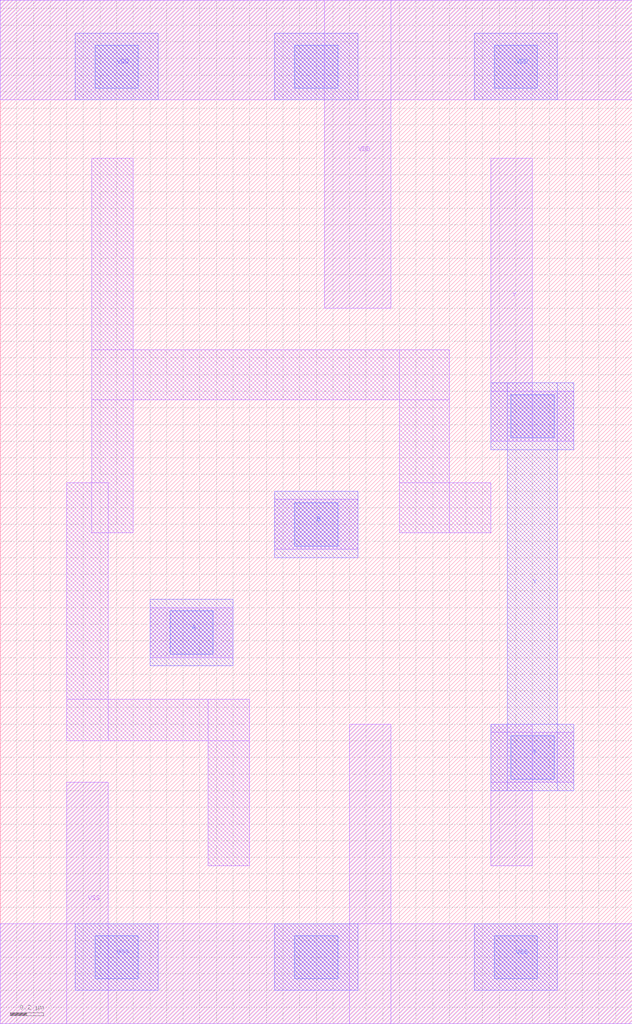
<source format=lef>
# Copyright 2022 Google LLC
# Licensed under the Apache License, Version 2.0 (the "License");
# you may not use this file except in compliance with the License.
# You may obtain a copy of the License at
#
#      http://www.apache.org/licenses/LICENSE-2.0
#
# Unless required by applicable law or agreed to in writing, software
# distributed under the License is distributed on an "AS IS" BASIS,
# WITHOUT WARRANTIES OR CONDITIONS OF ANY KIND, either express or implied.
# See the License for the specific language governing permissions and
# limitations under the License.
VERSION 5.7 ;
BUSBITCHARS "[]" ;
DIVIDERCHAR "/" ;

MACRO gf180mcu_osu_sc_9T_or2_1
  CLASS CORE ;
  ORIGIN 0 0 ;
  FOREIGN gf180mcu_osu_sc_9T_or2_1 0 0 ;
  SIZE 3.8 BY 6.15 ;
  SYMMETRY X Y ;
  SITE GF018hv5v_mcu_sc7 ;
  PIN A
    DIRECTION INPUT ;
    USE SIGNAL ;
    PORT
      LAYER MET1 ;
        RECT 0.9 2.2 1.4 2.5 ;
      LAYER MET2 ;
        RECT 0.9 2.15 1.4 2.55 ;
      LAYER VIA12 ;
        RECT 1.02 2.22 1.28 2.48 ;
    END
  END A
  PIN B
    DIRECTION INPUT ;
    USE SIGNAL ;
    PORT
      LAYER MET1 ;
        RECT 1.65 2.85 2.15 3.15 ;
      LAYER MET2 ;
        RECT 1.65 2.8 2.15 3.2 ;
      LAYER VIA12 ;
        RECT 1.77 2.87 2.03 3.13 ;
    END
  END B
  PIN VDD
    DIRECTION INOUT ;
    USE POWER ;
    SHAPE ABUTMENT ;
    PORT
      LAYER MET1 ;
        RECT 0 5.55 3.8 6.15 ;
        RECT 1.95 4.3 2.35 6.15 ;
      LAYER MET2 ;
        RECT 2.85 5.55 3.35 5.95 ;
        RECT 1.65 5.55 2.15 5.95 ;
        RECT 0.45 5.55 0.95 5.95 ;
      LAYER VIA12 ;
        RECT 0.57 5.62 0.83 5.88 ;
        RECT 1.77 5.62 2.03 5.88 ;
        RECT 2.97 5.62 3.23 5.88 ;
    END
  END VDD
  PIN VSS
    DIRECTION INOUT ;
    USE GROUND ;
    PORT
      LAYER MET1 ;
        RECT 0 0 3.8 0.6 ;
        RECT 2.1 0 2.35 1.8 ;
        RECT 0.4 0 0.65 1.45 ;
      LAYER MET2 ;
        RECT 2.85 0.2 3.35 0.6 ;
        RECT 1.65 0.2 2.15 0.6 ;
        RECT 0.45 0.2 0.95 0.6 ;
      LAYER VIA12 ;
        RECT 0.57 0.27 0.83 0.53 ;
        RECT 1.77 0.27 2.03 0.53 ;
        RECT 2.97 0.27 3.23 0.53 ;
    END
  END VSS
  PIN Y
    DIRECTION OUTPUT ;
    USE SIGNAL ;
    PORT
      LAYER MET1 ;
        RECT 2.95 1.45 3.45 1.75 ;
        RECT 2.95 0.95 3.2 1.8 ;
        RECT 2.95 3.5 3.45 3.8 ;
        RECT 2.95 3.5 3.2 5.2 ;
      LAYER MET2 ;
        RECT 2.95 3.45 3.45 3.85 ;
        RECT 2.95 1.4 3.45 1.8 ;
        RECT 3.05 1.4 3.35 3.85 ;
      LAYER VIA12 ;
        RECT 3.07 3.52 3.33 3.78 ;
        RECT 3.07 1.47 3.33 1.73 ;
    END
  END Y
  OBS
    LAYER MET1 ;
      RECT 0.55 2.95 0.8 5.2 ;
      RECT 0.55 3.75 2.7 4.05 ;
      RECT 2.4 2.95 2.7 4.05 ;
      RECT 2.4 2.95 2.95 3.25 ;
      RECT 0.4 1.7 0.65 3.25 ;
      RECT 0.4 1.7 1.5 1.95 ;
      RECT 1.25 0.95 1.5 1.95 ;
  END
END gf180mcu_osu_sc_9T_or2_1

</source>
